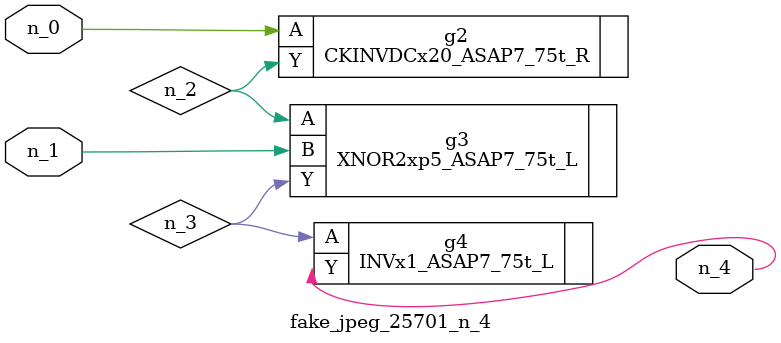
<source format=v>
module fake_jpeg_25701_n_4 (n_0, n_1, n_4);

input n_0;
input n_1;

output n_4;

wire n_2;
wire n_3;

CKINVDCx20_ASAP7_75t_R g2 ( 
.A(n_0),
.Y(n_2)
);

XNOR2xp5_ASAP7_75t_L g3 ( 
.A(n_2),
.B(n_1),
.Y(n_3)
);

INVx1_ASAP7_75t_L g4 ( 
.A(n_3),
.Y(n_4)
);


endmodule
</source>
